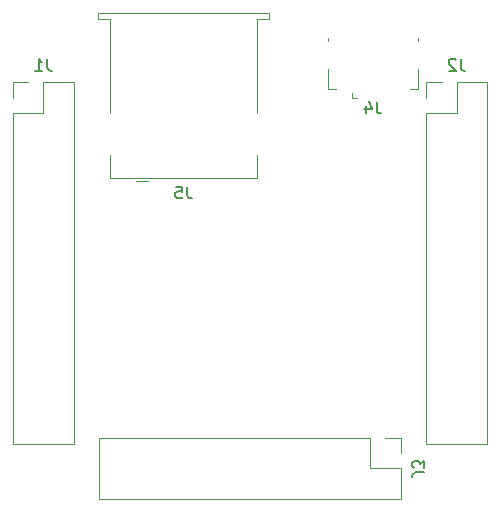
<source format=gbr>
G04 #@! TF.GenerationSoftware,KiCad,Pcbnew,5.1.5*
G04 #@! TF.CreationDate,2020-04-26T21:12:42+03:00*
G04 #@! TF.ProjectId,nanopicore_debug,6e616e6f-7069-4636-9f72-655f64656275,rev?*
G04 #@! TF.SameCoordinates,Original*
G04 #@! TF.FileFunction,Legend,Bot*
G04 #@! TF.FilePolarity,Positive*
%FSLAX46Y46*%
G04 Gerber Fmt 4.6, Leading zero omitted, Abs format (unit mm)*
G04 Created by KiCad (PCBNEW 5.1.5) date 2020-04-26 21:12:42*
%MOMM*%
%LPD*%
G04 APERTURE LIST*
%ADD10C,0.120000*%
%ADD11C,0.150000*%
G04 APERTURE END LIST*
D10*
X76006000Y-41442200D02*
X90506000Y-41442200D01*
X90506000Y-41442200D02*
X90506000Y-41942200D01*
X90506000Y-41942200D02*
X89506000Y-41942200D01*
X89506000Y-41942200D02*
X89506000Y-49942200D01*
X89506000Y-53442200D02*
X89506000Y-55442200D01*
X89506000Y-55442200D02*
X77006000Y-55442200D01*
X77006000Y-55442200D02*
X77006000Y-53442200D01*
X77006000Y-49942200D02*
X77006000Y-41942200D01*
X77006000Y-41942200D02*
X76006000Y-41942200D01*
X76006000Y-41942200D02*
X76006000Y-41442200D01*
X79256000Y-55692200D02*
X80256000Y-55692200D01*
X70129400Y-47311000D02*
X68799400Y-47311000D01*
X68799400Y-47311000D02*
X68799400Y-48641000D01*
X71399400Y-47311000D02*
X71399400Y-49911000D01*
X71399400Y-49911000D02*
X68799400Y-49911000D01*
X68799400Y-49911000D02*
X68799400Y-77911000D01*
X73999400Y-77911000D02*
X68799400Y-77911000D01*
X73999400Y-47311000D02*
X73999400Y-77911000D01*
X73999400Y-47311000D02*
X71399400Y-47311000D01*
X101660000Y-78740000D02*
X101660000Y-77410000D01*
X101660000Y-77410000D02*
X100330000Y-77410000D01*
X101660000Y-80010000D02*
X99060000Y-80010000D01*
X99060000Y-80010000D02*
X99060000Y-77410000D01*
X99060000Y-77410000D02*
X76140000Y-77410000D01*
X76140000Y-82610000D02*
X76140000Y-77410000D01*
X101660000Y-82610000D02*
X76140000Y-82610000D01*
X101660000Y-82610000D02*
X101660000Y-80010000D01*
X105130600Y-47311000D02*
X103800600Y-47311000D01*
X103800600Y-47311000D02*
X103800600Y-48641000D01*
X106400600Y-47311000D02*
X106400600Y-49911000D01*
X106400600Y-49911000D02*
X103800600Y-49911000D01*
X103800600Y-49911000D02*
X103800600Y-77911000D01*
X109000600Y-77911000D02*
X103800600Y-77911000D01*
X109000600Y-47311000D02*
X109000600Y-77911000D01*
X109000600Y-47311000D02*
X106400600Y-47311000D01*
X97528600Y-48610400D02*
X97528600Y-48220400D01*
X97528600Y-48610400D02*
X97978600Y-48610400D01*
X103098600Y-47910400D02*
X102448600Y-47910400D01*
X103098600Y-46180400D02*
X103098600Y-47910400D01*
X95478600Y-43610400D02*
X95478600Y-43820400D01*
X103098600Y-43610400D02*
X103098600Y-43820400D01*
X95478600Y-46180400D02*
X95478600Y-47910400D01*
X95478600Y-47910400D02*
X96138600Y-47910400D01*
D11*
X83589333Y-56144580D02*
X83589333Y-56858866D01*
X83636952Y-57001723D01*
X83732190Y-57096961D01*
X83875047Y-57144580D01*
X83970285Y-57144580D01*
X82636952Y-56144580D02*
X83113142Y-56144580D01*
X83160761Y-56620771D01*
X83113142Y-56573152D01*
X83017904Y-56525533D01*
X82779809Y-56525533D01*
X82684571Y-56573152D01*
X82636952Y-56620771D01*
X82589333Y-56716009D01*
X82589333Y-56954104D01*
X82636952Y-57049342D01*
X82684571Y-57096961D01*
X82779809Y-57144580D01*
X83017904Y-57144580D01*
X83113142Y-57096961D01*
X83160761Y-57049342D01*
X71732733Y-45323380D02*
X71732733Y-46037666D01*
X71780352Y-46180523D01*
X71875590Y-46275761D01*
X72018447Y-46323380D01*
X72113685Y-46323380D01*
X70732733Y-46323380D02*
X71304161Y-46323380D01*
X71018447Y-46323380D02*
X71018447Y-45323380D01*
X71113685Y-45466238D01*
X71208923Y-45561476D01*
X71304161Y-45609095D01*
X103647619Y-80343333D02*
X102933333Y-80343333D01*
X102790476Y-80390952D01*
X102695238Y-80486190D01*
X102647619Y-80629047D01*
X102647619Y-80724285D01*
X103647619Y-79962380D02*
X103647619Y-79343333D01*
X103266666Y-79676666D01*
X103266666Y-79533809D01*
X103219047Y-79438571D01*
X103171428Y-79390952D01*
X103076190Y-79343333D01*
X102838095Y-79343333D01*
X102742857Y-79390952D01*
X102695238Y-79438571D01*
X102647619Y-79533809D01*
X102647619Y-79819523D01*
X102695238Y-79914761D01*
X102742857Y-79962380D01*
X106733933Y-45323380D02*
X106733933Y-46037666D01*
X106781552Y-46180523D01*
X106876790Y-46275761D01*
X107019647Y-46323380D01*
X107114885Y-46323380D01*
X106305361Y-45418619D02*
X106257742Y-45371000D01*
X106162504Y-45323380D01*
X105924409Y-45323380D01*
X105829171Y-45371000D01*
X105781552Y-45418619D01*
X105733933Y-45513857D01*
X105733933Y-45609095D01*
X105781552Y-45751952D01*
X106352980Y-46323380D01*
X105733933Y-46323380D01*
X99621933Y-48952780D02*
X99621933Y-49667066D01*
X99669552Y-49809923D01*
X99764790Y-49905161D01*
X99907647Y-49952780D01*
X100002885Y-49952780D01*
X98717171Y-49286114D02*
X98717171Y-49952780D01*
X98955266Y-48905161D02*
X99193361Y-49619447D01*
X98574314Y-49619447D01*
M02*

</source>
